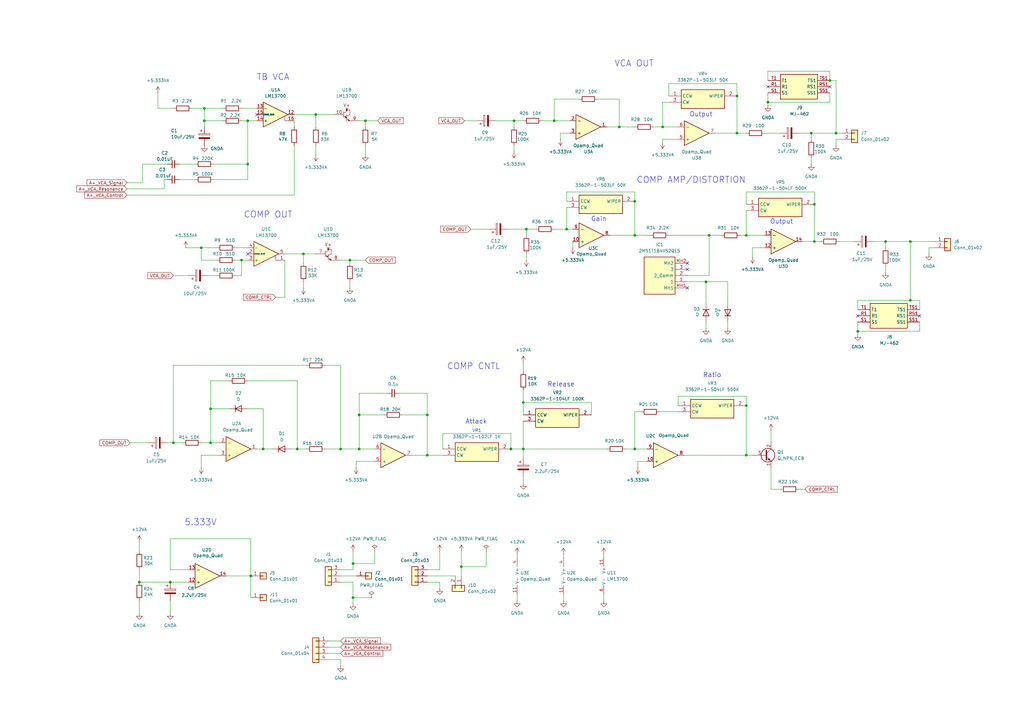
<source format=kicad_sch>
(kicad_sch (version 20231120) (generator "eeschema") (generator_version "8.0")
  (paper "A3")
  (junction (at 302.26 39.37))
  (junction (at 175.26 170.18))
  (junction (at 83.82 44.45))
  (junction (at 144.78 231.14))
  (junction (at 214.63 184.15))
  (junction (at 86.36 181.61))
  (junction (at 314.96 41.91))
  (junction (at 99.06 106.68))
  (junction (at 302.26 54.61))
  (junction (at 189.23 232.41))
  (junction (at 227.33 49.53))
  (junction (at 351.79 135.89))
  (junction (at 129.54 46.99))
  (junction (at 83.82 49.53))
  (junction (at 363.22 99.06))
  (junction (at 271.78 52.07))
  (junction (at 254 52.07))
  (junction (at 306.07 166.37))
  (junction (at 260.35 82.55))
  (junction (at 209.55 184.15))
  (junction (at 147.32 184.15))
  (junction (at 289.56 115.57))
  (junction (at 107.95 184.15))
  (junction (at 57.15 238.76))
  (junction (at 143.51 106.68))
  (junction (at 373.38 99.06))
  (junction (at 340.36 33.02))
  (junction (at 82.55 101.6))
  (junction (at 86.36 167.64))
  (junction (at 260.35 184.15))
  (junction (at 214.63 165.1))
  (junction (at 124.46 104.14))
  (junction (at 101.6 67.31))
  (junction (at 175.26 186.69))
  (junction (at 332.74 54.61))
  (junction (at 334.01 99.06))
  (junction (at 232.41 93.98))
  (junction (at 149.86 49.53))
  (junction (at 101.6 49.53))
  (junction (at 260.35 96.52))
  (junction (at 306.07 186.69))
  (junction (at 334.01 83.82))
  (junction (at 215.9 93.98))
  (junction (at 71.12 181.61))
  (junction (at 373.38 123.19))
  (junction (at 306.07 96.52))
  (junction (at 147.32 170.18))
  (junction (at 139.7 184.15))
  (junction (at 210.82 49.53))
  (junction (at 342.9 54.61))
  (junction (at 102.87 236.22))
  (junction (at 144.78 245.11))
  (junction (at 69.85 238.76))
  (junction (at 121.92 184.15))
  (junction (at 290.83 96.52))
  (no_connect (at 281.94 110.49))
  (no_connect (at 351.79 129.54))
  (no_connect (at 101.6 104.14))
  (no_connect (at 281.94 118.11))
  (no_connect (at 105.41 46.99))
  (no_connect (at 314.96 35.56))
  (no_connect (at 340.36 35.56))
  (no_connect (at 377.19 129.54))
  (no_connect (at 281.94 107.95))
  (wire (pts (xy 308.61 101.6) (xy 308.61 105.41)))
  (wire (pts (xy 237.49 40.64) (xy 227.33 40.64)))
  (wire (pts (xy 121.92 156.21) (xy 101.6 156.21)))
  (wire (pts (xy 270.51 168.91) (xy 278.13 168.91)))
  (wire (pts (xy 261.62 189.23) (xy 261.62 191.77)))
  (wire (pts (xy 190.5 49.53) (xy 195.58 49.53)))
  (wire (pts (xy 334.01 78.74) (xy 306.07 78.74)))
  (wire (pts (xy 332.74 54.61) (xy 332.74 57.15)))
  (wire (pts (xy 105.41 184.15) (xy 107.95 184.15)))
  (wire (pts (xy 254 40.64) (xy 245.11 40.64)))
  (wire (pts (xy 52.07 80.01) (xy 120.65 80.01)))
  (wire (pts (xy 133.35 149.86) (xy 139.7 149.86)))
  (wire (pts (xy 153.67 231.14) (xy 144.78 231.14)))
  (wire (pts (xy 306.07 86.36) (xy 306.07 96.52)))
  (wire (pts (xy 271.78 52.07) (xy 278.13 52.07)))
  (wire (pts (xy 107.95 167.64) (xy 101.6 167.64)))
  (wire (pts (xy 351.79 135.89) (xy 351.79 137.16)))
  (wire (pts (xy 120.65 46.99) (xy 129.54 46.99)))
  (wire (pts (xy 147.32 170.18) (xy 157.48 170.18)))
  (wire (pts (xy 93.98 167.64) (xy 86.36 167.64)))
  (wire (pts (xy 227.33 49.53) (xy 233.68 49.53)))
  (wire (pts (xy 248.92 52.07) (xy 254 52.07)))
  (wire (pts (xy 193.04 93.98) (xy 200.66 93.98)))
  (wire (pts (xy 163.83 161.29) (xy 175.26 161.29)))
  (wire (pts (xy 113.03 121.92) (xy 116.84 121.92)))
  (wire (pts (xy 85.09 113.03) (xy 88.9 113.03)))
  (wire (pts (xy 199.39 226.06) (xy 199.39 232.41)))
  (wire (pts (xy 260.35 168.91) (xy 260.35 184.15)))
  (wire (pts (xy 124.46 107.95) (xy 124.46 104.14)))
  (wire (pts (xy 314.96 38.1) (xy 314.96 41.91)))
  (wire (pts (xy 377.19 127) (xy 377.19 123.19)))
  (wire (pts (xy 278.13 162.56) (xy 306.07 162.56)))
  (wire (pts (xy 175.26 186.69) (xy 168.91 186.69)))
  (wire (pts (xy 289.56 115.57) (xy 289.56 124.46)))
  (wire (pts (xy 334.01 83.82) (xy 334.01 78.74)))
  (wire (pts (xy 274.32 41.91) (xy 271.78 41.91)))
  (wire (pts (xy 120.65 49.53) (xy 120.65 52.07)))
  (wire (pts (xy 242.57 170.18) (xy 242.57 165.1)))
  (wire (pts (xy 274.32 96.52) (xy 290.83 96.52)))
  (wire (pts (xy 67.31 73.66) (xy 68.58 73.66)))
  (wire (pts (xy 147.32 184.15) (xy 153.67 184.15)))
  (wire (pts (xy 314.96 41.91) (xy 340.36 41.91)))
  (wire (pts (xy 71.12 113.03) (xy 77.47 113.03)))
  (wire (pts (xy 231.14 227.33) (xy 231.14 228.6)))
  (wire (pts (xy 313.69 101.6) (xy 308.61 101.6)))
  (wire (pts (xy 165.1 170.18) (xy 175.26 170.18)))
  (wire (pts (xy 332.74 54.61) (xy 342.9 54.61)))
  (wire (pts (xy 232.41 93.98) (xy 234.95 93.98)))
  (wire (pts (xy 212.09 227.33) (xy 212.09 228.6)))
  (wire (pts (xy 227.33 93.98) (xy 232.41 93.98)))
  (wire (pts (xy 119.38 184.15) (xy 121.92 184.15)))
  (wire (pts (xy 232.41 78.74) (xy 232.41 82.55)))
  (wire (pts (xy 134.62 267.97) (xy 139.7 267.97)))
  (wire (pts (xy 342.9 57.15) (xy 342.9 59.69)))
  (wire (pts (xy 147.32 184.15) (xy 147.32 170.18)))
  (wire (pts (xy 107.95 184.15) (xy 107.95 167.64)))
  (wire (pts (xy 69.85 246.38) (xy 69.85 251.46)))
  (wire (pts (xy 175.26 161.29) (xy 175.26 170.18)))
  (wire (pts (xy 90.17 186.69) (xy 82.55 186.69)))
  (wire (pts (xy 351.79 132.08) (xy 351.79 135.89)))
  (wire (pts (xy 144.78 231.14) (xy 144.78 233.68)))
  (wire (pts (xy 254 52.07) (xy 260.35 52.07)))
  (wire (pts (xy 57.15 238.76) (xy 69.85 238.76)))
  (wire (pts (xy 314.96 41.91) (xy 314.96 43.18)))
  (wire (pts (xy 133.35 184.15) (xy 139.7 184.15)))
  (wire (pts (xy 83.82 44.45) (xy 91.44 44.45)))
  (wire (pts (xy 181.61 177.8) (xy 209.55 177.8)))
  (wire (pts (xy 214.63 165.1) (xy 214.63 170.18)))
  (wire (pts (xy 64.77 44.45) (xy 64.77 38.1)))
  (wire (pts (xy 214.63 160.02) (xy 214.63 165.1)))
  (wire (pts (xy 214.63 195.58) (xy 214.63 198.12)))
  (wire (pts (xy 281.94 113.03) (xy 290.83 113.03)))
  (wire (pts (xy 144.78 233.68) (xy 139.7 233.68)))
  (wire (pts (xy 373.38 99.06) (xy 383.54 99.06)))
  (wire (pts (xy 278.13 166.37) (xy 278.13 162.56)))
  (wire (pts (xy 67.31 73.66) (xy 67.31 77.47)))
  (wire (pts (xy 69.85 233.68) (xy 77.47 233.68)))
  (wire (pts (xy 302.26 39.37) (xy 302.26 54.61)))
  (wire (pts (xy 139.7 106.68) (xy 143.51 106.68)))
  (wire (pts (xy 344.17 99.06) (xy 350.52 99.06)))
  (wire (pts (xy 76.2 101.6) (xy 82.55 101.6)))
  (wire (pts (xy 363.22 99.06) (xy 373.38 99.06)))
  (wire (pts (xy 57.15 222.25) (xy 57.15 226.06)))
  (wire (pts (xy 340.36 33.02) (xy 340.36 29.21)))
  (wire (pts (xy 314.96 29.21) (xy 314.96 33.02)))
  (wire (pts (xy 144.78 226.06) (xy 144.78 231.14)))
  (wire (pts (xy 99.06 113.03) (xy 99.06 106.68)))
  (wire (pts (xy 214.63 172.72) (xy 214.63 184.15)))
  (wire (pts (xy 302.26 34.29) (xy 302.26 39.37)))
  (wire (pts (xy 139.7 184.15) (xy 147.32 184.15)))
  (wire (pts (xy 306.07 162.56) (xy 306.07 166.37)))
  (wire (pts (xy 144.78 238.76) (xy 144.78 245.11)))
  (wire (pts (xy 214.63 184.15) (xy 214.63 187.96)))
  (wire (pts (xy 121.92 184.15) (xy 125.73 184.15)))
  (wire (pts (xy 181.61 184.15) (xy 181.61 177.8)))
  (wire (pts (xy 69.85 238.76) (xy 77.47 238.76)))
  (wire (pts (xy 377.19 123.19) (xy 373.38 123.19)))
  (wire (pts (xy 99.06 49.53) (xy 101.6 49.53)))
  (wire (pts (xy 203.2 49.53) (xy 210.82 49.53)))
  (wire (pts (xy 139.7 184.15) (xy 139.7 149.86)))
  (wire (pts (xy 58.42 67.31) (xy 68.58 67.31)))
  (wire (pts (xy 57.15 246.38) (xy 57.15 251.46)))
  (wire (pts (xy 139.7 270.51) (xy 139.7 273.05)))
  (wire (pts (xy 260.35 82.55) (xy 260.35 96.52)))
  (wire (pts (xy 340.36 41.91) (xy 340.36 38.1)))
  (wire (pts (xy 215.9 93.98) (xy 219.71 93.98)))
  (wire (pts (xy 180.34 233.68) (xy 175.26 233.68)))
  (wire (pts (xy 383.54 101.6) (xy 381 101.6)))
  (wire (pts (xy 91.44 49.53) (xy 83.82 49.53)))
  (wire (pts (xy 144.78 245.11) (xy 152.4 245.11)))
  (wire (pts (xy 101.6 67.31) (xy 101.6 49.53)))
  (wire (pts (xy 242.57 165.1) (xy 214.63 165.1)))
  (wire (pts (xy 143.51 106.68) (xy 149.86 106.68)))
  (wire (pts (xy 52.07 74.93) (xy 58.42 74.93)))
  (wire (pts (xy 175.26 236.22) (xy 186.69 236.22)))
  (wire (pts (xy 342.9 54.61) (xy 342.9 33.02)))
  (wire (pts (xy 189.23 232.41) (xy 189.23 226.06)))
  (wire (pts (xy 93.98 156.21) (xy 86.36 156.21)))
  (wire (pts (xy 289.56 132.08) (xy 289.56 134.62)))
  (wire (pts (xy 210.82 49.53) (xy 210.82 52.07)))
  (wire (pts (xy 99.06 106.68) (xy 101.6 106.68)))
  (wire (pts (xy 96.52 113.03) (xy 99.06 113.03)))
  (wire (pts (xy 303.53 96.52) (xy 306.07 96.52)))
  (wire (pts (xy 306.07 186.69) (xy 280.67 186.69)))
  (wire (pts (xy 215.9 93.98) (xy 215.9 96.52)))
  (wire (pts (xy 134.62 265.43) (xy 139.7 265.43)))
  (wire (pts (xy 342.9 33.02) (xy 340.36 33.02)))
  (wire (pts (xy 278.13 57.15) (xy 271.78 57.15)))
  (wire (pts (xy 306.07 78.74) (xy 306.07 83.82)))
  (wire (pts (xy 290.83 113.03) (xy 290.83 96.52)))
  (wire (pts (xy 229.87 54.61) (xy 229.87 57.15)))
  (wire (pts (xy 73.66 73.66) (xy 80.01 73.66)))
  (wire (pts (xy 175.26 170.18) (xy 175.26 186.69)))
  (wire (pts (xy 231.14 246.38) (xy 231.14 243.84)))
  (wire (pts (xy 316.23 176.53) (xy 316.23 181.61)))
  (wire (pts (xy 82.55 106.68) (xy 82.55 101.6)))
  (wire (pts (xy 129.54 46.99) (xy 129.54 52.07)))
  (wire (pts (xy 233.68 54.61) (xy 229.87 54.61)))
  (wire (pts (xy 96.52 106.68) (xy 99.06 106.68)))
  (wire (pts (xy 247.65 243.84) (xy 247.65 246.38)))
  (wire (pts (xy 139.7 238.76) (xy 144.78 238.76)))
  (wire (pts (xy 212.09 243.84) (xy 212.09 246.38)))
  (wire (pts (xy 373.38 123.19) (xy 373.38 99.06)))
  (wire (pts (xy 147.32 161.29) (xy 158.75 161.29)))
  (wire (pts (xy 134.62 270.51) (xy 139.7 270.51)))
  (wire (pts (xy 116.84 104.14) (xy 124.46 104.14)))
  (wire (pts (xy 124.46 115.57) (xy 124.46 118.11)))
  (wire (pts (xy 267.97 52.07) (xy 271.78 52.07)))
  (wire (pts (xy 281.94 115.57) (xy 289.56 115.57)))
  (wire (pts (xy 214.63 184.15) (xy 209.55 184.15)))
  (wire (pts (xy 102.87 220.98) (xy 69.85 220.98)))
  (wire (pts (xy 247.65 227.33) (xy 247.65 228.6)))
  (wire (pts (xy 232.41 85.09) (xy 232.41 93.98)))
  (wire (pts (xy 87.63 67.31) (xy 101.6 67.31)))
  (wire (pts (xy 68.58 181.61) (xy 71.12 181.61)))
  (wire (pts (xy 250.19 96.52) (xy 260.35 96.52)))
  (wire (pts (xy 358.14 99.06) (xy 363.22 99.06)))
  (wire (pts (xy 180.34 226.06) (xy 180.34 233.68)))
  (wire (pts (xy 180.34 238.76) (xy 180.34 241.3)))
  (wire (pts (xy 381 101.6) (xy 381 104.14)))
  (wire (pts (xy 121.92 184.15) (xy 121.92 156.21)))
  (wire (pts (xy 86.36 181.61) (xy 90.17 181.61)))
  (wire (pts (xy 313.69 54.61) (xy 320.04 54.61)))
  (wire (pts (xy 129.54 59.69) (xy 129.54 63.5)))
  (wire (pts (xy 274.32 39.37) (xy 274.32 34.29)))
  (wire (pts (xy 290.83 96.52) (xy 295.91 96.52)))
  (wire (pts (xy 116.84 121.92) (xy 116.84 106.68)))
  (wire (pts (xy 214.63 148.59) (xy 214.63 152.4)))
  (wire (pts (xy 153.67 226.06) (xy 153.67 231.14)))
  (wire (pts (xy 260.35 96.52) (xy 266.7 96.52)))
  (wire (pts (xy 154.94 49.53) (xy 149.86 49.53)))
  (wire (pts (xy 314.96 29.21) (xy 340.36 29.21)))
  (wire (pts (xy 102.87 236.22) (xy 102.87 220.98)))
  (wire (pts (xy 298.45 132.08) (xy 298.45 134.62)))
  (wire (pts (xy 254 52.07) (xy 254 40.64)))
  (wire (pts (xy 58.42 74.93) (xy 58.42 67.31)))
  (wire (pts (xy 134.62 262.89) (xy 139.7 262.89)))
  (wire (pts (xy 82.55 101.6) (xy 88.9 101.6)))
  (wire (pts (xy 82.55 181.61) (xy 86.36 181.61)))
  (wire (pts (xy 260.35 78.74) (xy 232.41 78.74)))
  (wire (pts (xy 327.66 54.61) (xy 332.74 54.61)))
  (wire (pts (xy 298.45 115.57) (xy 298.45 124.46)))
  (wire (pts (xy 199.39 232.41) (xy 189.23 232.41)))
  (wire (pts (xy 69.85 220.98) (xy 69.85 233.68)))
  (wire (pts (xy 71.12 44.45) (xy 64.77 44.45)))
  (wire (pts (xy 87.63 73.66) (xy 101.6 73.66)))
  (wire (pts (xy 78.74 44.45) (xy 83.82 44.45)))
  (wire (pts (xy 144.78 245.11) (xy 144.78 247.65)))
  (wire (pts (xy 271.78 57.15) (xy 271.78 58.42)))
  (wire (pts (xy 175.26 186.69) (xy 181.61 186.69)))
  (wire (pts (xy 107.95 184.15) (xy 111.76 184.15)))
  (wire (pts (xy 342.9 54.61) (xy 345.44 54.61)))
  (wire (pts (xy 125.73 149.86) (xy 71.12 149.86)))
  (wire (pts (xy 92.71 236.22) (xy 102.87 236.22)))
  (wire (pts (xy 327.66 200.66) (xy 330.2 200.66)))
  (wire (pts (xy 99.06 44.45) (xy 105.41 44.45)))
  (wire (pts (xy 234.95 99.06) (xy 234.95 101.6)))
  (wire (pts (xy 102.87 236.22) (xy 102.87 245.11)))
  (wire (pts (xy 351.79 135.89) (xy 377.19 135.89)))
  (wire (pts (xy 71.12 181.61) (xy 74.93 181.61)))
  (wire (pts (xy 86.36 167.64) (xy 86.36 181.61)))
  (wire (pts (xy 377.19 135.89) (xy 377.19 132.08)))
  (wire (pts (xy 222.25 49.53) (xy 227.33 49.53)))
  (wire (pts (xy 289.56 115.57) (xy 298.45 115.57)))
  (wire (pts (xy 120.65 80.01) (xy 120.65 59.69)))
  (wire (pts (xy 262.89 168.91) (xy 260.35 168.91)))
  (wire (pts (xy 83.82 49.53) (xy 83.82 44.45)))
  (wire (pts (xy 302.26 54.61) (xy 306.07 54.61)))
  (wire (pts (xy 328.93 99.06) (xy 334.01 99.06)))
  (wire (pts (xy 373.38 123.19) (xy 351.79 123.19)))
  (wire (pts (xy 189.23 232.41) (xy 189.23 236.22)))
  (wire (pts (xy 260.35 184.15) (xy 265.43 184.15)))
  (wire (pts (xy 175.26 238.76) (xy 180.34 238.76)))
  (wire (pts (xy 210.82 59.69) (xy 210.82 62.23)))
  (wire (pts (xy 83.82 49.53) (xy 83.82 52.07)))
  (wire (pts (xy 334.01 99.06) (xy 336.55 99.06)))
  (wire (pts (xy 143.51 115.57) (xy 143.51 118.11)))
  (wire (pts (xy 147.32 170.18) (xy 147.32 161.29)))
  (wire (pts (xy 146.05 189.23) (xy 146.05 191.77)))
  (wire (pts (xy 153.67 189.23) (xy 146.05 189.23)))
  (wire (pts (xy 67.31 77.47) (xy 52.07 77.47)))
  (wire (pts (xy 82.55 186.69) (xy 82.55 191.77)))
  (wire (pts (xy 149.86 49.53) (xy 149.86 52.07)))
  (wire (pts (xy 143.51 107.95) (xy 143.51 106.68)))
  (wire (pts (xy 73.66 67.31) (xy 80.01 67.31)))
  (wire (pts (xy 210.82 49.53) (xy 214.63 49.53)))
  (wire (pts (xy 306.07 186.69) (xy 308.61 186.69)))
  (wire (pts (xy 209.55 177.8) (xy 209.55 184.15)))
  (wire (pts (xy 316.23 200.66) (xy 320.04 200.66)))
  (wire (pts (xy 147.32 49.53) (xy 149.86 49.53)))
  (wire (pts (xy 256.54 184.15) (xy 260.35 184.15)))
  (wire (pts (xy 208.28 93.98) (xy 215.9 93.98)))
  (wire (pts (xy 316.23 191.77) (xy 316.23 200.66)))
  (wire (pts (xy 88.9 106.68) (xy 82.55 106.68)))
  (wire (pts (xy 227.33 40.64) (xy 227.33 49.53)))
  (wire (pts (xy 215.9 104.14) (xy 215.9 106.68)))
  (wire (pts (xy 86.36 156.21) (xy 86.36 167.64)))
  (wire (pts (xy 139.7 236.22) (xy 146.05 236.22)))
  (wire (pts (xy 271.78 41.91) (xy 271.78 52.07)))
  (wire (pts (xy 260.35 82.55) (xy 260.35 78.74)))
  (wire (pts (xy 306.07 96.52) (xy 313.69 96.52)))
  (wire (pts (xy 334.01 83.82) (xy 334.01 99.06)))
  (wire (pts (xy 332.74 64.77) (xy 332.74 67.31)))
  (wire (pts (xy 363.22 99.06) (xy 363.22 101.6)))
  (wire (pts (xy 53.34 181.61) (xy 60.96 181.61)))
  (wire (pts (xy 306.07 166.37) (xy 306.07 186.69)))
  (wire (pts (xy 363.22 109.22) (xy 363.22 111.76)))
  (wire (pts (xy 101.6 67.31) (xy 101.6 73.66)))
  (wire (pts (xy 274.32 34.29) (xy 302.26 34.29)))
  (wire (pts (xy 71.12 149.86) (xy 71.12 181.61)))
  (wire (pts (xy 124.46 104.14) (xy 129.54 104.14)))
  (wire (pts (xy 265.43 189.23) (xy 261.62 189.23)))
  (wire (pts (xy 345.44 57.15) (xy 342.9 57.15)))
  (wire (pts (xy 149.86 59.69) (xy 149.86 63.5)))
  (wire (pts (xy 293.37 54.61) (xy 302.26 54.61)))
  (wire (pts (xy 351.79 123.19) (xy 351.79 127)))
  (wire (pts (xy 101.6 49.53) (xy 105.41 49.53)))
  (wire (pts (xy 96.52 101.6) (xy 101.6 101.6)))
  (wire (pts (xy 129.54 46.99) (xy 137.16 46.99)))
  (wire (pts (xy 57.15 233.68) (xy 57.15 238.76)))
  (wire (pts (xy 214.63 184.15) (xy 248.92 184.15)))
  (text "Ratio" (at 292.1 153.924 0) (effects (font (size 1.905 1.905))))
  (text "Release" (at 230.124 157.734 0) (effects (font (size 1.905 1.905))))
  (text "5.333V" (at 82.296 214.376 0) (effects (font (size 2.54 2.54))))
  (text "COMP OUT" (at 109.982 88.138 0) (effects (font (size 2.54 2.54))))
  (text "Gain" (at 245.618 89.916 0) (effects (font (size 1.905 1.905))))
  (text "Output" (at 320.548 90.932 0) (effects (font (size 1.905 1.905))))
  (text "Output" (at 287.528 46.99 0) (effects (font (size 1.905 1.905))))
  (text "COMP CNTL" (at 194.31 150.368 0) (effects (font (size 2.54 2.54))))
  (text "Attack" (at 195.326 172.974 0) (effects (font (size 1.905 1.905))))
  (text "COMP AMP/DISTORTION" (at 283.464 73.914 0) (effects (font (size 2.54 2.54))))
  (text "TB VCA" (at 112.014 31.75 0) (effects (font (size 2.54 2.54))))
  (text "VCA OUT" (at 260.096 26.162 0) (effects (font (size 2.54 2.54))))
  (global_label "VCA_OUT" (shape input) (at 71.12 113.03 180) (property "Intersheetrefs" "${INTERSHEET_REFS}" (effects (hide yes))))
  (global_label "A+_VCA_Signal" (shape input) (at 52.07 74.93 180) (property "Intersheetrefs" "${INTERSHEET_REFS}" (effects (hide yes))))
  (global_label "COMP_OUT" (shape input) (at 149.86 106.68 0) (property "Intersheetrefs" "${INTERSHEET_REFS}" (effects (hide yes))))
  (global_label "A+_VCA_Resonance" (shape input) (at 139.7 265.43 0) (property "Intersheetrefs" "${INTERSHEET_REFS}" (effects (hide yes))))
  (global_label "A+_VCA_Signal" (shape input) (at 139.7 262.89 0) (property "Intersheetrefs" "${INTERSHEET_REFS}" (effects (hide yes))))
  (global_label "VCA_OUT" (shape input) (at 154.94 49.53 0) (property "Intersheetrefs" "${INTERSHEET_REFS}" (effects (hide yes))))
  (global_label "COMP_OUT" (shape input) (at 53.34 181.61 180) (property "Intersheetrefs" "${INTERSHEET_REFS}" (effects (hide yes))))
  (global_label "VCA_OUT" (shape input) (at 190.5 49.53 180) (property "Intersheetrefs" "${INTERSHEET_REFS}" (effects (hide yes))))
  (global_label "COMP_CTRL" (shape input) (at 113.03 121.92 180) (property "Intersheetrefs" "${INTERSHEET_REFS}" (effects (hide yes))))
  (global_label "A+_VCA_Resonance" (shape input) (at 52.07 77.47 180) (property "Intersheetrefs" "${INTERSHEET_REFS}" (effects (hide yes))))
  (global_label "COMP_CTRL" (shape input) (at 330.2 200.66 0) (property "Intersheetrefs" "${INTERSHEET_REFS}" (effects (hide yes))))
  (global_label "COMP_OUT" (shape input) (at 193.04 93.98 180) (property "Intersheetrefs" "${INTERSHEET_REFS}" (effects (hide yes))))
  (global_label "A+_VCA_Control" (shape input) (at 52.07 80.01 180) (property "Intersheetrefs" "${INTERSHEET_REFS}" (effects (hide yes))))
  (global_label "A+_VCA_Control" (shape input) (at 139.7 267.97 0) (property "Intersheetrefs" "${INTERSHEET_REFS}" (effects (hide yes))))
  (symbol (lib_id "power:+5VA") (at 210.82 62.23 180) (unit 1)
    (property "Reference" "#PWR029" (effects (hide yes)))
    (property "Value" "+5.333VA" (at 210.82 67.31 0))
    (property "Description" "Power symbol creates a global label with name \"+5VA\"" (effects (hide yes)))
  )
  (symbol (lib_id "Device:R") (at 83.82 67.31 90) (unit 1)
    (property "Reference" "R4" (at 80.264 65.024 90))
    (property "Value" "220K" (at 85.09 65.024 90))
    (property "Footprint" "Resistor_THT:R_Axial_DIN0207_L6.3mm_D2.5mm_P2.54mm_Vertical" (effects (hide yes)))
    (property "Description" "Resistor" (effects (hide yes)))
  )
  (symbol (lib_id "Device:R") (at 129.54 184.15 90) (unit 1)
    (property "Reference" "R16" (at 125.984 181.864 90))
    (property "Value" "10K" (at 130.81 181.864 90))
    (property "Footprint" "Resistor_THT:R_Axial_DIN0207_L6.3mm_D2.5mm_P2.54mm_Vertical" (effects (hide yes)))
    (property "Description" "Resistor" (effects (hide yes)))
  )
  (symbol (lib_id "power:+12VA") (at 180.34 226.06 0) (unit 1)
    (property "Reference" "#PWR03" (effects (hide yes)))
    (property "Value" "+12VA" (at 180.34 220.98 0))
    (property "Description" "Power symbol creates a global label with name \"+12VA\"" (effects (hide yes)))
  )
  (symbol (lib_id "Device:D") (at 298.45 128.27 90) (unit 1)
    (property "Reference" "D4" (at 294.386 127.254 90))
    (property "Value" "D" (at 294.386 129.032 90))
    (property "Footprint" "Diode_THT:D_DO-35_SOD27_P2.54mm_Vertical_AnodeUp" (effects (hide yes)))
    (property "Description" "Diode" (effects (hide yes)))
    (property "Sim.Device" "D" (effects (hide yes)))
    (property "Sim.Pins" "1=K 2=A" (effects (hide yes)))
  )
  (symbol (lib_id "power:GNDA") (at 139.7 273.05 0) (unit 1)
    (property "Reference" "#PWR044" (effects (hide yes)))
    (property "Value" "GNDA" (at 139.7 278.13 0))
    (property "Description" "Power symbol creates a global label with name \"GNDA\" , analog ground" (effects (hide yes)))
  )
  (symbol (lib_id "Device:C_Polarized") (at 83.82 55.88 0) (unit 1)
    (property "Reference" "C1" (at 70.104 53.594 0) (effects (justify left)))
    (property "Value" "10uF/25V" (at 70.104 56.134 0) (effects (justify left)))
    (property "Footprint" "Capacitor_THT:CP_Radial_D5.0mm_P2.50mm" (effects (hide yes)))
    (property "Description" "Polarized capacitor" (effects (hide yes)))
  )
  (symbol (lib_id "Connector_Generic:Conn_01x04") (at 129.54 265.43 0) (mirror y) (unit 1)
    (property "Reference" "J4" (at 127 265.4299 0) (effects (justify left)))
    (property "Value" "Conn_01x04" (at 127 267.9699 0) (effects (justify left)))
    (property "Footprint" "Connector_PinHeader_2.54mm:PinHeader_1x04_P2.54mm_Horizontal" (effects (hide yes)))
    (property "Description" "Generic connector, single row, 01x04, script generated (kicad-library-utils/schlib/autogen/connector/)" (effects (hide yes)))
  )
  (symbol (lib_id "Device:R") (at 332.74 60.96 180) (unit 1)
    (property "Reference" "R30" (at 336.296 59.944 0))
    (property "Value" "100K" (at 336.55 62.23 0))
    (property "Footprint" "Resistor_THT:R_Axial_DIN0207_L6.3mm_D2.5mm_P2.54mm_Vertical" (effects (hide yes)))
    (property "Description" "Resistor" (effects (hide yes)))
  )
  (symbol (lib_id "power:+5VA") (at 261.62 191.77 180) (unit 1)
    (property "Reference" "#PWR021" (effects (hide yes)))
    (property "Value" "+5.333VA" (at 261.62 196.85 0))
    (property "Description" "Power symbol creates a global label with name \"+5VA\"" (effects (hide yes)))
  )
  (symbol (lib_id "power:GNDA") (at 180.34 241.3 0) (unit 1)
    (property "Reference" "#PWR05" (effects (hide yes)))
    (property "Value" "GNDA" (at 180.34 246.38 0))
    (property "Description" "Power symbol creates a global label with name \"GNDA\" , analog ground" (effects (hide yes)))
  )
  (symbol (lib_id "Device:R") (at 149.86 55.88 180) (unit 1)
    (property "Reference" "R7" (at 153.416 54.864 0))
    (property "Value" "5K" (at 153.67 57.15 0))
    (property "Footprint" "Resistor_THT:R_Axial_DIN0207_L6.3mm_D2.5mm_P2.54mm_Vertical" (effects (hide yes)))
    (property "Description" "Resistor" (effects (hide yes)))
  )
  (symbol (lib_id "Device:R") (at 143.51 111.76 180) (unit 1)
    (property "Reference" "R13" (at 147.066 110.744 0))
    (property "Value" "5K" (at 147.32 113.03 0))
    (property "Footprint" "Resistor_THT:R_Axial_DIN0207_L6.3mm_D2.5mm_P2.54mm_Vertical" (effects (hide yes)))
    (property "Description" "Resistor" (effects (hide yes)))
  )
  (symbol (lib_id "power:+5VA") (at 82.55 191.77 180) (unit 1)
    (property "Reference" "#PWR017" (effects (hide yes)))
    (property "Value" "+5.333VA" (at 82.55 196.85 0))
    (property "Description" "Power symbol creates a global label with name \"+5VA\"" (effects (hide yes)))
  )
  (symbol (lib_id "Device:R") (at 95.25 44.45 90) (unit 1)
    (property "Reference" "R1" (at 91.694 41.402 90))
    (property "Value" "2.2K" (at 97.028 41.402 90))
    (property "Footprint" "Resistor_THT:R_Axial_DIN0207_L6.3mm_D2.5mm_P2.54mm_Vertical" (effects (hide yes)))
    (property "Description" "Resistor" (effects (hide yes)))
  )
  (symbol (lib_id "power:+5VA") (at 271.78 58.42 180) (unit 1)
    (property "Reference" "#PWR031" (effects (hide yes)))
    (property "Value" "+5.333VA" (at 271.78 63.5 0))
    (property "Description" "Power symbol creates a global label with name \"+5VA\"" (effects (hide yes)))
  )
  (symbol (lib_id "Amplifier_Operational:LM13700") (at 137.16 104.14 0) (unit 4)
    (property "Reference" "U1" (at 134.62 93.98 0))
    (property "Value" "LM13700" (at 134.62 96.52 0))
    (property "Footprint" "Package_DIP:DIP-16_W7.62mm_Socket" (effects (hide yes)))
    (property "Datasheet" "http://www.ti.com/lit/ds/symlink/lm13700.pdf" (effects (hide yes)))
    (property "Description" "Dual Operational Transconductance Amplifiers with Linearizing Diodes and Buffers, DIP-16/SOIC-16" (effects (hide yes)))
  )
  (symbol (lib_id "power:+5VA") (at 76.2 101.6 0) (unit 1)
    (property "Reference" "#PWR012" (effects (hide yes)))
    (property "Value" "+5.333VA" (at 76.2 96.52 0))
    (property "Description" "Power symbol creates a global label with name \"+5VA\"" (effects (hide yes)))
  )
  (symbol (lib_id "SamacSys_Parts:3362P-1-103LF") (at 214.63 170.18 0) (unit 1)
    (property "Reference" "VR2" (at 228.6 161.036 0))
    (property "Value" "3362P-1-104LF 100K" (at 228.6 163.576 0))
    (property "Footprint" "SamacSys_Parts:3362P_1" (effects (hide yes)))
    (property "Datasheet" "https://datasheet.datasheetarchive.com/originals/distributors/SFDatasheet-6/sf-000139931.pdf" (effects (hide yes)))
    (property "Description" "10k, Through Hole Trimmer Potentiometer 0.5W Top Adjust Bourns, 3362" (effects (hide yes)))
    (property "Manufacturer_Name" "Bourns" (effects (hide yes)))
    (property "Manufacturer_Part_Number" "3362P-1-103LF" (effects (hide yes)))
    (property "Mouser Part Number" "652-3362P-1-103LF" (effects (hide yes)))
    (property "Mouser Price/Stock" "https://www.mouser.co.uk/ProductDetail/Bourns/3362P-1-103LF?qs=tS7CBNq%252BQ07BavGNEQud%252BA%3D%3D" (effects (hide yes)))
    (property "Arrow Part Number" "3362P-1-103LF" (effects (hide yes)))
    (property "Arrow Price/Stock" "https://www.arrow.com/en/products/3362p-1-103lf/bourns?utm_currency=USD&region=nac" (effects (hide yes)))
  )
  (symbol (lib_id "power:+5VA") (at 124.46 118.11 180) (unit 1)
    (property "Reference" "#PWR013" (effects (hide yes)))
    (property "Value" "+5.333VA" (at 124.46 123.19 0))
    (property "Description" "Power symbol creates a global label with name \"+5VA\"" (effects (hide yes)))
  )
  (symbol (lib_id "SamacSys_Parts:MJ-462") (at 314.96 33.02 0) (unit 1)
    (property "Reference" "J9" (at 327.914 44.196 0))
    (property "Value" "MJ-462" (at 327.914 46.736 0))
    (property "Footprint" "SamacSys_Parts:MJ462" (effects (hide yes)))
    (property "Datasheet" "https://akizukidenshi.com/download/ds/avvicon/MJ-462.pdf" (effects (hide yes)))
    (property "Description" "headphone jack" (effects (hide yes)))
    (property "Height" "15.5" (effects (hide yes)))
    (property "Manufacturer_Name" "Avvicon" (effects (hide yes)))
    (property "Manufacturer_Part_Number" "MJ-462" (effects (hide yes)))
  )
  (symbol (lib_id "power:+5VA") (at 189.23 226.06 0) (unit 1)
    (property "Reference" "#PWR04" (effects (hide yes)))
    (property "Value" "+5.333VA" (at 189.23 220.98 0))
    (property "Description" "Power symbol creates a global label with name \"+5VA\"" (effects (hide yes)))
  )
  (symbol (lib_id "Device:D") (at 289.56 128.27 270) (unit 1)
    (property "Reference" "D3" (at 285.75 126.746 90))
    (property "Value" "D" (at 286.004 129.032 90))
    (property "Footprint" "Diode_THT:D_DO-35_SOD27_P2.54mm_Vertical_AnodeUp" (effects (hide yes)))
    (property "Description" "Diode" (effects (hide yes)))
    (property "Sim.Device" "D" (effects (hide yes)))
    (property "Sim.Pins" "1=K 2=A" (effects (hide yes)))
  )
  (symbol (lib_id "power:+5VA") (at 146.05 191.77 180) (unit 1)
    (property "Reference" "#PWR018" (effects (hide yes)))
    (property "Value" "+5.333VA" (at 146.05 196.85 0))
    (property "Description" "Power symbol creates a global label with name \"+5VA\"" (effects (hide yes)))
  )
  (symbol (lib_id "power:GNDA") (at 214.63 198.12 0) (unit 1)
    (property "Reference" "#PWR019" (effects (hide yes)))
    (property "Value" "GNDA" (at 214.63 203.2 0))
    (property "Description" "Power symbol creates a global label with name \"GNDA\" , analog ground" (effects (hide yes)))
  )
  (symbol (lib_id "power:GNDA") (at 69.85 251.46 0) (unit 1)
    (property "Reference" "#PWR024" (effects (hide yes)))
    (property "Value" "GNDA" (at 69.85 256.54 0))
    (property "Description" "Power symbol creates a global label with name \"GNDA\" , analog ground" (effects (hide yes)))
  )
  (symbol (lib_id "Device:C_Polarized") (at 214.63 191.77 0) (unit 1)
    (property "Reference" "C7" (at 221.742 190.5 0) (effects (justify left)))
    (property "Value" "2.2uF/25V" (at 219.202 193.294 0) (effects (justify left)))
    (property "Footprint" "Capacitor_THT:CP_Radial_D5.0mm_P2.50mm" (effects (hide yes)))
    (property "Description" "Polarized capacitor" (effects (hide yes)))
  )
  (symbol (lib_id "power:+5VA") (at 215.9 106.68 180) (unit 1)
    (property "Reference" "#PWR036" (effects (hide yes)))
    (property "Value" "+5.333VA" (at 215.9 111.76 0))
    (property "Description" "Power symbol creates a global label with name \"+5VA\"" (effects (hide yes)))
  )
  (symbol (lib_id "Connector_Generic:Conn_01x01") (at 107.95 245.11 0) (unit 1)
    (property "Reference" "J11" (at 110.49 243.8399 0) (effects (justify left)))
    (property "Value" "Conn_01x01" (at 110.49 246.3799 0) (effects (justify left)))
    (property "Footprint" "Connector_PinSocket_2.54mm:PinSocket_1x01_P2.54mm_Vertical" (effects (hide yes)))
    (property "Description" "Generic connector, single row, 01x01, script generated (kicad-library-utils/schlib/autogen/connector/)" (effects (hide yes)))
  )
  (symbol (lib_id "power:+5VA") (at 308.61 105.41 180) (unit 1)
    (property "Reference" "#PWR033" (effects (hide yes)))
    (property "Value" "+5.333VA" (at 308.61 110.49 0))
    (property "Description" "Power symbol creates a global label with name \"+5VA\"" (effects (hide yes)))
  )
  (symbol (lib_id "power:GNDA") (at 363.22 111.76 0) (unit 1)
    (property "Reference" "#PWR032" (effects (hide yes)))
    (property "Value" "GNDA" (at 363.22 116.84 0))
    (property "Description" "Power symbol creates a global label with name \"GNDA\" , analog ground" (effects (hide yes)))
  )
  (symbol (lib_id "Amplifier_Operational:LM13700") (at 109.22 104.14 0) (unit 3)
    (property "Reference" "U1" (at 109.22 93.98 0))
    (property "Value" "LM13700" (at 109.22 96.52 0))
    (property "Footprint" "Package_DIP:DIP-16_W7.62mm_Socket" (effects (hide yes)))
    (property "Datasheet" "http://www.ti.com/lit/ds/symlink/lm13700.pdf" (effects (hide yes)))
    (property "Description" "Dual Operational Transconductance Amplifiers with Linearizing Diodes and Buffers, DIP-16/SOIC-16" (effects (hide yes)))
  )
  (symbol (lib_id "Device:C_Polarized") (at 323.85 54.61 90) (unit 1)
    (property "Reference" "C10" (at 324.612 59.436 90) (effects (justify left)))
    (property "Value" "1uF/25V" (at 327.406 61.976 90) (effects (justify left)))
    (property "Footprint" "Capacitor_THT:CP_Radial_D5.0mm_P2.50mm" (effects (hide yes)))
    (property "Description" "Polarized capacitor" (effects (hide yes)))
  )
  (symbol (lib_id "Device:R") (at 92.71 101.6 90) (unit 1)
    (property "Reference" "R9" (at 89.154 98.552 90))
    (property "Value" "510" (at 94.488 98.552 90))
    (property "Footprint" "Resistor_THT:R_Axial_DIN0207_L6.3mm_D2.5mm_P2.54mm_Vertical" (effects (hide yes)))
    (property "Description" "Resistor" (effects (hide yes)))
  )
  (symbol (lib_id "Device:C_Small") (at 161.29 161.29 270) (unit 1)
    (property "Reference" "C6" (at 161.2836 154.94 90))
    (property "Value" "0.1u" (at 161.2836 157.48 90))
    (property "Footprint" "Capacitor_THT:C_Disc_D4.7mm_W2.5mm_P5.00mm" (effects (hide yes)))
    (property "Description" "Unpolarized capacitor, small symbol" (effects (hide yes)))
  )
  (symbol (lib_id "Device:R") (at 83.82 73.66 90) (unit 1)
    (property "Reference" "R5" (at 80.264 71.374 90))
    (property "Value" "100K" (at 85.09 71.374 90))
    (property "Footprint" "Resistor_THT:R_Axial_DIN0207_L6.3mm_D2.5mm_P2.54mm_Vertical" (effects (hide yes)))
    (property "Description" "Resistor" (effects (hide yes)))
  )
  (symbol (lib_id "Device:Opamp_Quad") (at 161.29 186.69 0) (mirror x) (unit 2)
    (property "Reference" "U2" (at 154.686 179.07 0))
    (property "Value" "Opamp_Quad" (at 163.576 179.07 0))
    (property "Footprint" "Package_DIP:DIP-14_W7.62mm_Socket_LongPads" (effects (hide yes)))
    (property "Description" "Quad operational amplifier" (effects (hide yes)))
    (property "Sim.Library" "${KICAD7_SYMBOL_DIR}/Simulation_SPICE.sp" (effects (hide yes)))
    (property "Sim.Name" "kicad_builtin_opamp_quad" (effects (hide yes)))
    (property "Sim.Device" "SUBCKT" (effects (hide yes)))
    (property "Sim.Pins" "1=out1 2=in1- 3=in1+ 4=vcc 5=in2+ 6=in2- 7=out2 8=out3 9=in3- 10=in3+ 11=vee 12=in4+ 13=in4- 14=out4" (effects (hide yes)))
  )
  (symbol (lib_id "SamacSys_Parts:3362P-1-103LF") (at 181.61 184.15 0) (unit 1)
    (property "Reference" "VR1" (at 195.58 176.53 0))
    (property "Value" "3362P-1-102LF 1K" (at 195.58 179.07 0))
    (property "Footprint" "SamacSys_Parts:3362P_1" (effects (hide yes)))
    (property "Datasheet" "https://datasheet.datasheetarchive.com/originals/distributors/SFDatasheet-6/sf-000139931.pdf" (effects (hide yes)))
    (property "Description" "10k, Through Hole Trimmer Potentiometer 0.5W Top Adjust Bourns, 3362" (effects (hide yes)))
    (property "Manufacturer_Name" "Bourns" (effects (hide yes)))
    (property "Manufacturer_Part_Number" "3362P-1-103LF" (effects (hide yes)))
    (property "Mouser Part Number" "652-3362P-1-103LF" (effects (hide yes)))
    (property "Mouser Price/Stock" "https://www.mouser.co.uk/ProductDetail/Bourns/3362P-1-103LF?qs=tS7CBNq%252BQ07BavGNEQud%252BA%3D%3D" (effects (hide yes)))
    (property "Arrow Part Number" "3362P-1-103LF" (effects (hide yes)))
    (property "Arrow Price/Stock" "https://www.arrow.com/en/products/3362p-1-103lf/bourns?utm_currency=USD&region=nac" (effects (hide yes)))
  )
  (symbol (lib_id "power:+12VA") (at 316.23 176.53 0) (unit 1)
    (property "Reference" "#PWR022" (effects (hide yes)))
    (property "Value" "+12VA" (at 316.23 171.45 0))
    (property "Description" "Power symbol creates a global label with name \"+12VA\"" (effects (hide yes)))
  )
  (symbol (lib_id "power:+5VA") (at 234.95 101.6 180) (unit 1)
    (property "Reference" "#PWR037" (effects (hide yes)))
    (property "Value" "+5.333VA" (at 234.95 106.68 0))
    (property "Description" "Power symbol creates a global label with name \"+5VA\"" (effects (hide yes)))
  )
  (symbol (lib_id "power:+12VA") (at 247.65 227.33 0) (unit 1)
    (property "Reference" "#PWR010" (effects (hide yes)))
    (property "Value" "+12VA" (at 247.65 222.25 0))
    (property "Description" "Power symbol creates a global label with name \"+12VA\"" (effects (hide yes)))
  )
  (symbol (lib_id "power:GNDA") (at 314.96 43.18 0) (unit 1)
    (property "Reference" "#PWR041" (effects (hide yes)))
    (property "Value" "GNDA" (at 314.96 48.26 0))
    (property "Description" "Power symbol creates a global label with name \"GNDA\" , analog ground" (effects (hide yes)))
  )
  (symbol (lib_id "power:GNDA") (at 143.51 118.11 0) (unit 1)
    (property "Reference" "#PWR016" (effects (hide yes)))
    (property "Value" "GNDA" (at 143.51 123.19 0))
    (property "Description" "Power symbol creates a global label with name \"GNDA\" , analog ground" (effects (hide yes)))
  )
  (symbol (lib_id "power:PWR_FLAG") (at 153.67 226.06 0) (unit 1)
    (property "Reference" "#FLG01" (effects (hide yes)))
    (property "Value" "PWR_FLAG" (at 153.67 220.98 0))
    (property "Description" "Special symbol for telling ERC where power comes from" (effects (hide yes)))
  )
  (symbol (lib_id "power:GNDA") (at 247.65 246.38 0) (unit 1)
    (property "Reference" "#PWR011" (effects (hide yes)))
    (property "Value" "GNDA" (at 247.65 251.46 0))
    (property "Description" "Power symbol creates a global label with name \"GNDA\" , analog ground" (effects (hide yes)))
  )
  (symbol (lib_id "Device:Opamp_Quad") (at 242.57 96.52 0) (mirror x) (unit 3)
    (property "Reference" "U3" (at 243.332 101.854 0))
    (property "Value" "Opamp_Quad" (at 242.57 104.14 0))
    (property "Footprint" "Package_DIP:DIP-14_W7.62mm_Socket" (effects (hide yes)))
    (property "Description" "Quad operational amplifier" (effects (hide yes)))
    (property "Sim.Library" "${KICAD7_SYMBOL_DIR}/Simulation_SPICE.sp" (effects (hide yes)))
    (property "Sim.Name" "kicad_builtin_opamp_quad" (effects (hide yes)))
    (property "Sim.Device" "SUBCKT" (effects (hide yes)))
    (property "Sim.Pins" "1=out1 2=in1- 3=in1+ 4=vcc 5=in2+ 6=in2- 7=out2 8=out3 9=in3- 10=in3+ 11=vee 12=in4+ 13=in4- 14=out4" (effects (hide yes)))
  )
  (symbol (lib_id "Device:R") (at 161.29 170.18 90) (unit 1)
    (property "Reference" "R18" (at 157.734 167.894 90))
    (property "Value" "20K" (at 162.56 167.894 90))
    (property "Footprint" "Resistor_THT:R_Axial_DIN0207_L6.3mm_D2.5mm_P2.54mm_Vertical" (effects (hide yes)))
    (property "Description" "Resistor" (effects (hide yes)))
  )
  (symbol (lib_id "power:GNDA") (at 57.15 251.46 0) (unit 1)
    (property "Reference" "#PWR023" (effects (hide yes)))
    (property "Value" "GNDA" (at 57.15 256.54 0))
    (property "Description" "Power symbol creates a global label with name \"GNDA\" , analog ground" (effects (hide yes)))
  )
  (symbol (lib_id "Device:D") (at 97.79 167.64 0) (unit 1)
    (property "Reference" "D2" (at 97.79 161.29 0))
    (property "Value" "D" (at 97.79 163.83 0))
    (property "Footprint" "Diode_THT:D_DO-35_SOD27_P2.54mm_Vertical_AnodeUp" (effects (hide yes)))
    (property "Description" "Diode" (effects (hide yes)))
    (property "Sim.Device" "D" (effects (hide yes)))
    (property "Sim.Pins" "1=K 2=A" (effects (hide yes)))
  )
  (symbol (lib_id "Device:C_Polarized") (at 354.33 99.06 90) (unit 1)
    (property "Reference" "C11" (at 355.092 103.886 90) (effects (justify left)))
    (property "Value" "1uF/25V" (at 357.886 106.426 90) (effects (justify left)))
    (property "Footprint" "Capacitor_THT:CP_Radial_D5.0mm_P2.50mm" (effects (hide yes)))
    (property "Description" "Polarized capacitor" (effects (hide yes)))
  )
  (symbol (lib_id "Device:R") (at 252.73 184.15 270) (unit 1)
    (property "Reference" "R20" (at 249.936 180.848 90))
    (property "Value" "10K" (at 254.254 180.848 90))
    (property "Footprint" "Resistor_THT:R_Axial_DIN0207_L6.3mm_D2.5mm_P2.54mm_Vertical" (effects (hide yes)))
    (property "Description" "Resistor" (effects (hide yes)))
  )
  (symbol (lib_id "Device:R") (at 97.79 156.21 90) (unit 1)
    (property "Reference" "R15" (at 94.234 153.924 90))
    (property "Value" "10K" (at 99.06 153.924 90))
    (property "Footprint" "Resistor_THT:R_Axial_DIN0207_L6.3mm_D2.5mm_P2.54mm_Vertical" (effects (hide yes)))
    (property "Description" "Resistor" (effects (hide yes)))
  )
  (symbol (lib_id "power:+5VA") (at 64.77 38.1 0) (unit 1)
    (property "Reference" "#PWR06" (effects (hide yes)))
    (property "Value" "+5.333VA" (at 64.77 33.02 0))
    (property "Description" "Power symbol creates a global label with name \"+5VA\"" (effects (hide yes)))
  )
  (symbol (lib_id "Device:Q_NPN_ECB") (at 313.69 186.69 0) (unit 1)
    (property "Reference" "Q1" (at 318.77 185.4199 0) (effects (justify left)))
    (property "Value" "Q_NPN_ECB" (at 318.77 187.9599 0) (effects (justify left)))
    (property "Footprint" "Package_TO_SOT_THT:TO-92" (effects (hide yes)))
    (property "Description" "NPN transistor, emitter/collector/base" (effects (hide yes)))
  )
  (symbol (lib_id "Device:R") (at 340.36 99.06 90) (unit 1)
    (property "Reference" "R32" (at 336.804 96.012 90))
    (property "Value" "100" (at 342.138 96.012 90))
    (property "Footprint" "Resistor_THT:R_Axial_DIN0207_L6.3mm_D2.5mm_P2.54mm_Vertical" (effects (hide yes)))
    (property "Description" "Resistor" (effects (hide yes)))
  )
  (symbol (lib_id "Amplifier_Operational:LM13700") (at 250.19 236.22 0) (unit 5)
    (property "Reference" "U1" (at 248.92 234.9499 0) (effects (justify left)))
    (property "Value" "LM13700" (at 248.92 237.4899 0) (effects (justify left)))
    (property "Footprint" "Package_DIP:DIP-16_W7.62mm_Socket" (effects (hide yes)))
    (property "Datasheet" "http://www.ti.com/lit/ds/symlink/lm13700.pdf" (effects (hide yes)))
    (property "Description" "Dual Operational Transconductance Amplifiers with Linearizing Diodes and Buffers, DIP-16/SOIC-16" (effects (hide yes)))
  )
  (symbol (lib_id "power:+12VA") (at 231.14 227.33 0) (unit 1)
    (property "Reference" "#PWR014" (effects (hide yes)))
    (property "Value" "+12VA" (at 231.14 222.25 0))
    (property "Description" "Power symbol creates a global label with name \"+12VA\"" (effects (hide yes)))
  )
  (symbol (lib_id "Connector_Generic:Conn_01x02") (at 189.23 241.3 270) (unit 1)
    (property "Reference" "J10" (at 191.77 240.0299 90) (effects (justify left)))
    (property "Value" "Conn_01x02" (at 191.77 242.5699 90) (effects (justify left)))
    (property "Footprint" "Connector_PinHeader_2.54mm:PinHeader_1x02_P2.54mm_Vertical" (effects (hide yes)))
    (property "Description" "Generic connector, single row, 01x02, script generated (kicad-library-utils/schlib/autogen/connector/)" (effects (hide yes)))
  )
  (symbol (lib_id "Device:D") (at 115.57 184.15 0) (unit 1)
    (property "Reference" "D1" (at 115.57 177.8 0))
    (property "Value" "D" (at 115.57 180.34 0))
    (property "Footprint" "Diode_THT:D_DO-35_SOD27_P2.54mm_Vertical_AnodeUp" (effects (hide yes)))
    (property "Description" "Diode" (effects (hide yes)))
    (property "Sim.Device" "D" (effects (hide yes)))
    (property "Sim.Pins" "1=K 2=A" (effects (hide yes)))
  )
  (symbol (lib_id "power:GNDA") (at 212.09 246.38 0) (unit 1)
    (property "Reference" "#PWR027" (effects (hide yes)))
    (property "Value" "GNDA" (at 212.09 251.46 0))
    (property "Description" "Power symbol creates a global label with name \"GNDA\" , analog ground" (effects (hide yes)))
  )
  (symbol (lib_id "power:+12VA") (at 212.09 227.33 0) (unit 1)
    (property "Reference" "#PWR026" (effects (hide yes)))
    (property "Value" "+12VA" (at 212.09 222.25 0))
    (property "Description" "Power symbol creates a global label with name \"+12VA\"" (effects (hide yes)))
  )
  (symbol (lib_id "Device:R") (at 57.15 242.57 180) (unit 1)
    (property "Reference" "R24" (at 60.706 241.554 0))
    (property "Value" "24K" (at 60.96 243.84 0))
    (property "Footprint" "Resistor_THT:R_Axial_DIN0207_L6.3mm_D2.5mm_P2.54mm_Vertical" (effects (hide yes)))
    (property "Description" "Resistor" (effects (hide yes)))
  )
  (symbol (lib_id "Device:R") (at 363.22 105.41 180) (unit 1)
    (property "Reference" "R33" (at 366.776 104.394 0))
    (property "Value" "100K" (at 367.03 106.68 0))
    (property "Footprint" "Resistor_THT:R_Axial_DIN0207_L6.3mm_D2.5mm_P2.54mm_Vertical" (effects (hide yes)))
    (property "Description" "Resistor" (effects (hide yes)))
  )
  (symbol (lib_id "Device:Opamp_Quad") (at 241.3 52.07 0) (mirror x) (unit 1)
    (property "Reference" "U3" (at 241.3 62.23 0))
    (property "Value" "Opamp_Quad" (at 241.3 59.69 0))
    (property "Footprint" "Package_DIP:DIP-14_W7.62mm_Socket" (effects (hide yes)))
    (property "Description" "Quad operational amplifier" (effects (hide yes)))
    (property "Sim.Library" "${KICAD7_SYMBOL_DIR}/Simulation_SPICE.sp" (effects (hide yes)))
    (property "Sim.Name" "kicad_builtin_opamp_quad" (effects (hide yes)))
    (property "Sim.Device" "SUBCKT" (effects (hide yes)))
    (property "Sim.Pins" "1=out1 2=in1- 3=in1+ 4=vcc 5=in2+ 6=in2- 7=out2 8=out3 9=in3- 10=in3+ 11=vee 12=in4+ 13=in4- 14=out4" (effects (hide yes)))
  )
  (symbol (lib_id "SamacSys_Parts:3362P-1-103LF") (at 232.41 82.55 0) (unit 1)
    (property "Reference" "VR6" (at 246.38 73.406 0))
    (property "Value" "3362P-1-503LF 50K" (at 246.38 75.946 0))
    (property "Footprint" "SamacSys_Parts:3362P_1" (effects (hide yes)))
    (property "Datasheet" "https://datasheet.datasheetarchive.com/originals/distributors/SFDatasheet-6/sf-000139931.pdf" (effects (hide yes)))
    (property "Description" "10k, Through Hole Trimmer Potentiometer 0.5W Top Adjust Bourns, 3362" (effects (hide yes)))
    (property "Manufacturer_Name" "Bourns" (effects (hide yes)))
    (property "Manufacturer_Part_Number" "3362P-1-103LF" (effects (hide yes)))
    (property "Mouser Part Number" "652-3362P-1-103LF" (effects (hide yes)))
    (property "Mouser Price/Stock" "https://www.mouser.co.uk/ProductDetail/Bourns/3362P-1-103LF?qs=tS7CBNq%252BQ07BavGNEQud%252BA%3D%3D" (effects (hide yes)))
    (property "Arrow Part Number" "3362P-1-103LF" (effects (hide yes)))
    (property "Arrow Price/Stock" "https://www.arrow.com/en/products/3362p-1-103lf/bourns?utm_currency=USD&region=nac" (effects (hide yes)))
  )
  (symbol (lib_id "Device:R") (at 95.25 49.53 90) (unit 1)
    (property "Reference" "R2" (at 91.694 47.244 90))
    (property "Value" "2.2K" (at 96.52 47.244 90))
    (property "Footprint" "Resistor_THT:R_Axial_DIN0207_L6.3mm_D2.5mm_P2.54mm_Vertical" (effects (hide yes)))
    (property "Description" "Resistor" (effects (hide yes)))
  )
  (symbol (lib_id "Device:R") (at 210.82 55.88 180) (unit 1)
    (property "Reference" "R25" (at 214.376 54.864 0))
    (property "Value" "100K" (at 214.63 57.15 0))
    (property "Footprint" "Resistor_THT:R_Axial_DIN0207_L6.3mm_D2.5mm_P2.54mm_Vertical" (effects (hide yes)))
    (property "Description" "Resistor" (effects (hide yes)))
  )
  (symbol (lib_id "Device:R") (at 241.3 40.64 90) (unit 1)
    (property "Reference" "R27" (at 237.744 37.592 90))
    (property "Value" "10K" (at 243.078 37.592 90))
    (property "Footprint" "Resistor_THT:R_Axial_DIN0207_L6.3mm_D2.5mm_P2.54mm_Vertical" (effects (hide yes)))
    (property "Description" "Resistor" (effects (hide yes)))
  )
  (symbol (lib_id "Device:R") (at 223.52 93.98 90) (unit 1)
    (property "Reference" "R36" (at 219.964 90.932 90))
    (property "Value" "10K" (at 225.298 90.932 90))
    (property "Footprint" "Resistor_THT:R_Axial_DIN0207_L6.3mm_D2.5mm_P2.54mm_Vertical" (effects (hide yes)))
    (property "Description" "Resistor" (effects (hide yes)))
  )
  (symbol (lib_id "power:GNDA") (at 298.45 134.62 0) (unit 1)
    (property "Reference" "#PWR034" (effects (hide yes)))
    (property "Value" "GNDA" (at 298.45 139.7 0))
    (property "Description" "Power symbol creates a global label with name \"GNDA\" , analog ground" (effects (hide yes)))
  )
  (symbol (lib_id "Connector_Generic:Conn_01x02") (at 350.52 54.61 0) (unit 1)
    (property "Reference" "J7" (at 353.06 54.6099 0) (effects (justify left)))
    (property "Value" "Conn_01x02" (at 353.06 57.1499 0) (effects (justify left)))
    (property "Footprint" "Connector_PinHeader_2.54mm:PinHeader_1x02_P2.54mm_Horizontal" (effects (hide yes)))
    (property "Description" "Generic connector, single row, 01x02, script generated (kicad-library-utils/schlib/autogen/connector/)" (effects (hide yes)))
  )
  (symbol (lib_id "power:+12VA") (at 144.78 226.06 0) (unit 1)
    (property "Reference" "#PWR01" (effects (hide yes)))
    (property "Value" "+12VA" (at 144.78 220.98 0))
    (property "Description" "Power symbol creates a global label with name \"+12VA\"" (effects (hide yes)))
  )
  (symbol (lib_id "Amplifier_Operational:LM13700") (at 144.78 46.99 0) (unit 2)
    (property "Reference" "U1" (at 142.24 36.83 0))
    (property "Value" "LM13700" (at 142.24 39.37 0))
    (property "Footprint" "Package_DIP:DIP-16_W7.62mm_Socket" (effects (hide yes)))
    (property "Datasheet" "http://www.ti.com/lit/ds/symlink/lm13700.pdf" (effects (hide yes)))
    (property "Description" "Dual Operational Transconductance Amplifiers with Linearizing Diodes and Buffers, DIP-16/SOIC-16" (effects (hide yes)))
  )
  (symbol (lib_id "power:+5VA") (at 229.87 57.15 180) (unit 1)
    (property "Reference" "#PWR028" (effects (hide yes)))
    (property "Value" "+5.333VA" (at 229.87 62.23 0))
    (property "Description" "Power symbol creates a global label with name \"+5VA\"" (effects (hide yes)))
  )
  (symbol (lib_id "Device:Opamp_Quad") (at 273.05 186.69 0) (mirror x) (unit 3)
    (property "Reference" "U2" (at 266.954 178.816 0))
    (property "Value" "Opamp_Quad" (at 276.352 178.562 0))
    (property "Footprint" "Package_DIP:DIP-14_W7.62mm_Socket_LongPads" (effects (hide yes)))
    (property "Description" "Quad operational amplifier" (effects (hide yes)))
    (property "Sim.Library" "${KICAD7_SYMBOL_DIR}/Simulation_SPICE.sp" (effects (hide yes)))
    (property "Sim.Name" "kicad_builtin_opamp_quad" (effects (hide yes)))
    (property "Sim.Device" "SUBCKT" (effects (hide yes)))
    (property "Sim.Pins" "1=out1 2=in1- 3=in1+ 4=vcc 5=in2+ 6=in2- 7=out2 8=out3 9=in3- 10=in3+ 11=vee 12=in4+ 13=in4- 14=out4" (effects (hide yes)))
  )
  (symbol (lib_id "power:+5VA") (at 129.54 63.5 180) (unit 1)
    (property "Reference" "#PWR08" (effects (hide yes)))
    (property "Value" "+5.333VA" (at 129.54 68.58 0))
    (property "Description" "Power symbol creates a global label with name \"+5VA\"" (effects (hide yes)))
  )
  (symbol (lib_id "Device:R") (at 78.74 181.61 90) (unit 1)
    (property "Reference" "R14" (at 75.184 179.324 90))
    (property "Value" "10K" (at 80.01 179.324 90))
    (property "Footprint" "Resistor_THT:R_Axial_DIN0207_L6.3mm_D2.5mm_P2.54mm_Vertical" (effects (hide yes)))
    (property "Description" "Resistor" (effects (hide yes)))
  )
  (symbol (lib_id "Device:Opamp_Quad") (at 285.75 54.61 0) (mirror x) (unit 2)
    (property "Reference" "U3" (at 285.75 64.77 0))
    (property "Value" "Opamp_Quad" (at 285.75 62.23 0))
    (property "Footprint" "Package_DIP:DIP-14_W7.62mm_Socket" (effects (hide yes)))
    (property "Description" "Quad operational amplifier" (effects (hide yes)))
    (property "Sim.Library" "${KICAD7_SYMBOL_DIR}/Simulation_SPICE.sp" (effects (hide yes)))
    (property "Sim.Name" "kicad_builtin_opamp_quad" (effects (hide yes)))
    (property "Sim.Device" "SUBCKT" (effects (hide yes)))
    (property "Sim.Pins" "1=out1 2=in1- 3=in1+ 4=vcc 5=in2+ 6=in2- 7=out2 8=out3 9=in3- 10=in3+ 11=vee 12=in4+ 13=in4- 14=out4" (effects (hide yes)))
  )
  (symbol (lib_id "Device:R") (at 92.71 113.03 90) (unit 1)
    (property "Reference" "R11" (at 89.154 110.744 90))
    (property "Value" "100K" (at 93.98 110.744 90))
    (property "Footprint" "Resistor_THT:R_Axial_DIN0207_L6.3mm_D2.5mm_P2.54mm_Vertical" (effects (hide yes)))
    (property "Description" "Resistor" (effects (hide yes)))
  )
  (symbol (lib_id "Connector_Generic:Conn_01x02") (at 388.62 99.06 0) (unit 1)
    (property "Reference" "J6" (at 391.16 99.0599 0) (effects (justify left)))
    (property "Value" "Conn_01x02" (at 391.16 101.5999 0) (effects (justify left)))
    (property "Footprint" "Connector_PinHeader_2.54mm:PinHeader_1x02_P2.54mm_Horizontal" (effects (hide yes)))
    (property "Description" "Generic connector, single row, 01x02, script generated (kicad-library-utils/schlib/autogen/connector/)" (effects (hide yes)))
  )
  (symbol (lib_id "power:PWR_FLAG") (at 152.4 245.11 0) (unit 1)
    (property "Reference" "#FLG03" (effects (hide yes)))
    (property "Value" "PWR_FLAG" (at 152.4 240.03 0))
    (property "Description" "Special symbol for telling ERC where power comes from" (effects (hide yes)))
  )
  (symbol (lib_id "SamacSys_Parts:MJ-462") (at 351.79 127 0) (unit 1)
    (property "Reference" "J8" (at 364.744 138.176 0))
    (property "Value" "MJ-462" (at 364.744 140.716 0))
    (property "Footprint" "SamacSys_Parts:MJ462" (effects (hide yes)))
    (property "Datasheet" "https://akizukidenshi.com/download/ds/avvicon/MJ-462.pdf" (effects (hide yes)))
    (property "Description" "headphone jack" (effects (hide yes)))
    (property "Height" "15.5" (effects (hide yes)))
    (property "Manufacturer_Name" "Avvicon" (effects (hide yes)))
    (property "Manufacturer_Part_Number" "MJ-462" (effects (hide yes)))
  )
  (symbol (lib_id "Device:Opamp_Quad") (at 214.63 236.22 0) (unit 5)
    (property "Reference" "U3" (at 213.36 234.9499 0) (effects (justify left)))
    (property "Value" "Opamp_Quad" (at 213.36 237.4899 0) (effects (justify left)))
    (property "Footprint" "Package_DIP:DIP-14_W7.62mm_Socket" (effects (hide yes)))
    (property "Description" "Quad operational amplifier" (effects (hide yes)))
    (property "Sim.Library" "${KICAD7_SYMBOL_DIR}/Simulation_SPICE.sp" (effects (hide yes)))
    (property "Sim.Name" "kicad_builtin_opamp_quad" (effects (hide yes)))
    (property "Sim.Device" "SUBCKT" (effects (hide yes)))
    (property "Sim.Pins" "1=out1 2=in1- 3=in1+ 4=vcc 5=in2+ 6=in2- 7=out2 8=out3 9=in3- 10=in3+ 11=vee 12=in4+ 13=in4- 14=out4" (effects (hide yes)))
  )
  (symbol (lib_id "Connector_Generic:Conn_01x01") (at 107.95 236.22 0) (unit 1)
    (property "Reference" "J5" (at 110.49 234.9499 0) (effects (justify left)))
    (property "Value" "Conn_01x01" (at 110.49 237.4899 0) (effects (justify left)))
    (property "Footprint" "Connector_PinSocket_2.54mm:PinSocket_1x01_P2.54mm_Vertical" (effects (hide yes)))
    (property "Description" "Generic connector, single row, 01x01, script generated (kicad-library-utils/schlib/autogen/connector/)" (effects (hide yes)))
  )
  (symbol (lib_id "Device:R") (at 218.44 49.53 90) (unit 1)
    (property "Reference" "R26" (at 214.884 46.482 90))
    (property "Value" "10K" (at 220.218 46.482 90))
    (property "Footprint" "Resistor_THT:R_Axial_DIN0207_L6.3mm_D2.5mm_P2.54mm_Vertical" (effects (hide yes)))
    (property "Description" "Resistor" (effects (hide yes)))
  )
  (symbol (lib_id "Device:C_Polarized") (at 81.28 113.03 90) (unit 1)
    (property "Reference" "C4" (at 82.042 117.856 90) (effects (justify left)))
    (property "Value" "10uF/25V" (at 84.836 120.396 90) (effects (justify left)))
    (property "Footprint" "Capacitor_THT:CP_Radial_D5.0mm_P2.50mm" (effects (hide yes)))
    (property "Description" "Polarized capacitor" (effects (hide yes)))
  )
  (symbol (lib_id "Device:R") (at 57.15 229.87 180) (unit 1)
    (property "Reference" "R23" (at 60.706 228.854 0))
    (property "Value" "30K" (at 60.96 231.14 0))
    (property "Footprint" "Resistor_THT:R_Axial_DIN0207_L6.3mm_D2.5mm_P2.54mm_Vertical" (effects (hide yes)))
    (property "Description" "Resistor" (effects (hide yes)))
  )
  (symbol (lib_id "SamacSys_Parts:3362P-1-103LF") (at 274.32 39.37 0) (unit 1)
    (property "Reference" "VR4" (at 288.29 30.226 0))
    (property "Value" "3362P-1-503LF 50K" (at 288.29 32.766 0))
    (property "Footprint" "SamacSys_Parts:3362P_1" (effects (hide yes)))
    (property "Datasheet" "https://datasheet.datasheetarchive.com/originals/distributors/SFDatasheet-6/sf-000139931.pdf" (effects (hide yes)))
    (property "Description" "10k, Through Hole Trimmer Potentiometer 0.5W Top Adjust Bourns, 3362" (effects (hide yes)))
    (property "Manufacturer_Name" "Bourns" (effects (hide yes)))
    (property "Manufacturer_Part_Number" "3362P-1-103LF" (effects (hide yes)))
    (property "Mouser Part Number" "652-3362P-1-103LF" (effects (hide yes)))
    (property "Mouser Price/Stock" "https://www.mouser.co.uk/ProductDetail/Bourns/3362P-1-103LF?qs=tS7CBNq%252BQ07BavGNEQud%252BA%3D%3D" (effects (hide yes)))
    (property "Arrow Part Number" "3362P-1-103LF" (effects (hide yes)))
    (property "Arrow Price/Stock" "https://www.arrow.com/en/products/3362p-1-103lf/bourns?utm_currency=USD&region=nac" (effects (hide yes)))
  )
  (symbol (lib_id "Device:R") (at 120.65 55.88 180) (unit 1)
    (property "Reference" "R8" (at 115.824 54.864 0))
    (property "Value" "47K" (at 116.078 57.15 0))
    (property "Footprint" "Resistor_THT:R_Axial_DIN0207_L6.3mm_D2.5mm_P2.54mm_Vertical" (effects (hide yes)))
    (property "Description" "Resistor" (effects (hide yes)))
  )
  (symbol (lib_id "Device:R") (at 129.54 149.86 90) (unit 1)
    (property "Reference" "R17" (at 125.984 147.574 90))
    (property "Value" "20K" (at 130.81 147.574 90))
    (property "Footprint" "Resistor_THT:R_Axial_DIN0207_L6.3mm_D2.5mm_P2.54mm_Vertical" (effects (hide yes)))
    (property "Description" "Resistor" (effects (hide yes)))
  )
  (symbol (lib_id "power:+12VA") (at 214.63 148.59 0) (unit 1)
    (property "Reference" "#PWR020" (effects (hide yes)))
    (property "Value" "+12VA" (at 214.63 143.51 0))
    (property "Description" "Power symbol creates a global label with name \"+12VA\"" (effects (hide yes)))
  )
  (symbol (lib_id "Device:Opamp_Quad") (at 97.79 184.15 0) (mirror x) (unit 1)
    (property "Reference" "U2" (at 97.028 173.736 0))
    (property "Value" "Opamp_Quad" (at 97.536 176.276 0))
    (property "Footprint" "Package_DIP:DIP-14_W7.62mm_Socket_LongPads" (effects (hide yes)))
    (property "Description" "Quad operational amplifier" (effects (hide yes)))
    (property "Sim.Library" "${KICAD7_SYMBOL_DIR}/Simulation_SPICE.sp" (effects (hide yes)))
    (property "Sim.Name" "kicad_builtin_opamp_quad" (effects (hide yes)))
    (property "Sim.Device" "SUBCKT" (effects (hide yes)))
    (property "Sim.Pins" "1=out1 2=in1- 3=in1+ 4=vcc 5=in2+ 6=in2- 7=out2 8=out3 9=in3- 10=in3+ 11=vee 12=in4+ 13=in4- 14=out4" (effects (hide yes)))
  )
  (symbol (lib_id "Device:R") (at 323.85 200.66 270) (unit 1)
    (property "Reference" "R22" (at 321.056 197.612 90))
    (property "Value" "10K" (at 325.374 197.612 90))
    (property "Footprint" "Resistor_THT:R_Axial_DIN0207_L6.3mm_D2.5mm_P2.54mm_Vertical" (effects (hide yes)))
    (property "Description" "Resistor" (effects (hide yes)))
  )
  (symbol (lib_id "power:GNDA") (at 83.82 59.69 0) (unit 1)
    (property "Reference" "#PWR07" (effects (hide yes)))
    (property "Value" "GNDA" (at 88.9 60.96 0))
    (property "Description" "Power symbol creates a global label with name \"GNDA\" , analog ground" (effects (hide yes)))
  )
  (symbol (lib_id "Device:R") (at 299.72 96.52 90) (unit 1)
    (property "Reference" "R31" (at 296.164 93.472 90))
    (property "Value" "10K" (at 301.498 93.472 90))
    (property "Footprint" "Resistor_THT:R_Axial_DIN0207_L6.3mm_D2.5mm_P2.54mm_Vertical" (effects (hide yes)))
    (property "Description" "Resistor" (effects (hide yes)))
  )
  (symbol (lib_id "power:PWR_FLAG") (at 199.39 226.06 0) (unit 1)
    (property "Reference" "#FLG02" (effects (hide yes)))
    (property "Value" "PWR_FLAG" (at 199.39 220.98 0))
    (property "Description" "Special symbol for telling ERC where power comes from" (effects (hide yes)))
  )
  (symbol (lib_id "Device:R") (at 215.9 100.33 180) (unit 1)
    (property "Reference" "R35" (at 219.456 99.314 0))
    (property "Value" "100K" (at 219.71 101.6 0))
    (property "Footprint" "Resistor_THT:R_Axial_DIN0207_L6.3mm_D2.5mm_P2.54mm_Vertical" (effects (hide yes)))
    (property "Description" "Resistor" (effects (hide yes)))
  )
  (symbol (lib_id "Device:R") (at 264.16 52.07 90) (unit 1)
    (property "Reference" "R28" (at 260.604 49.022 90))
    (property "Value" "10K" (at 265.938 49.022 90))
    (property "Footprint" "Resistor_THT:R_Axial_DIN0207_L6.3mm_D2.5mm_P2.54mm_Vertical" (effects (hide yes)))
    (property "Description" "Resistor" (effects (hide yes)))
  )
  (symbol (lib_id "SamacSys_Parts:3362P-1-103LF") (at 278.13 166.37 0) (unit 1)
    (property "Reference" "VR3" (at 292.1 157.226 0))
    (property "Value" "3362P-1-504LF 500K" (at 292.1 159.766 0))
    (property "Footprint" "SamacSys_Parts:3362P_1" (effects (hide yes)))
    (property "Datasheet" "https://datasheet.datasheetarchive.com/originals/distributors/SFDatasheet-6/sf-000139931.pdf" (effects (hide yes)))
    (property "Description" "10k, Through Hole Trimmer Potentiometer 0.5W Top Adjust Bourns, 3362" (effects (hide yes)))
    (property "Manufacturer_Name" "Bourns" (effects (hide yes)))
    (property "Manufacturer_Part_Number" "3362P-1-103LF" (effects (hide yes)))
    (property "Mouser Part Number" "652-3362P-1-103LF" (effects (hide yes)))
    (property "Mouser Price/Stock" "https://www.mouser.co.uk/ProductDetail/Bourns/3362P-1-103LF?qs=tS7CBNq%252BQ07BavGNEQud%252BA%3D%3D" (effects (hide yes)))
    (property "Arrow Part Number" "3362P-1-103LF" (effects (hide yes)))
    (property "Arrow Price/Stock" "https://www.arrow.com/en/products/3362p-1-103lf/bourns?utm_currency=USD&region=nac" (effects (hide yes)))
  )
  (symbol (lib_id "power:GNDA") (at 381 104.14 0) (unit 1)
    (property "Reference" "#PWR038" (effects (hide yes)))
    (property "Value" "GNDA" (at 381 109.22 0))
    (property "Description" "Power symbol creates a global label with name \"GNDA\" , analog ground" (effects (hide yes)))
  )
  (symbol (lib_id "power:GNDA") (at 351.79 137.16 0) (unit 1)
    (property "Reference" "#PWR040" (effects (hide yes)))
    (property "Value" "GNDA" (at 351.79 142.24 0))
    (property "Description" "Power symbol creates a global label with name \"GNDA\" , analog ground" (effects (hide yes)))
  )
  (symbol (lib_id "Device:Opamp_Quad") (at 233.68 236.22 0) (unit 5)
    (property "Reference" "U2" (at 232.41 234.9499 0) (effects (justify left)))
    (property "Value" "Opamp_Quad" (at 232.41 237.4899 0) (effects (justify left)))
    (property "Footprint" "Package_DIP:DIP-14_W7.62mm_Socket_LongPads" (effects (hide yes)))
    (property "Description" "Quad operational amplifier" (effects (hide yes)))
    (property "Sim.Library" "${KICAD7_SYMBOL_DIR}/Simulation_SPICE.sp" (effects (hide yes)))
    (property "Sim.Name" "kicad_builtin_opamp_quad" (effects (hide yes)))
    (property "Sim.Device" "SUBCKT" (effects (hide yes)))
    (property "Sim.Pins" "1=out1 2=in1- 3=in1+ 4=vcc 5=in2+ 6=in2- 7=out2 8=out3 9=in3- 10=in3+ 11=vee 12=in4+ 13=in4- 14=out4" (effects (hide yes)))
  )
  (symbol (lib_id "Device:R") (at 129.54 55.88 180) (unit 1)
    (property "Reference" "R6" (at 133.096 54.864 0))
    (property "Value" "33K" (at 133.35 57.15 0))
    (property "Footprint" "Resistor_THT:R_Axial_DIN0207_L6.3mm_D2.5mm_P2.54mm_Vertical" (effects (hide yes)))
    (property "Description" "Resistor" (effects (hide yes)))
  )
  (symbol (lib_id "power:+12VA") (at 57.15 222.25 0) (unit 1)
    (property "Reference" "#PWR025" (effects (hide yes)))
    (property "Value" "+12VA" (at 57.15 217.17 0))
    (property "Description" "Power symbol creates a global label with name \"+12VA\"" (effects (hide yes)))
  )
  (symbol (lib_id "Device:R") (at 92.71 106.68 90) (unit 1)
    (property "Reference" "R10" (at 89.154 104.14 90))
    (property "Value" "510" (at 94.488 104.14 90))
    (property "Footprint" "Resistor_THT:R_Axial_DIN0207_L6.3mm_D2.5mm_P2.54mm_Vertical" (effects (hide yes)))
    (property "Description" "Resistor" (effects (hide yes)))
  )
  (symbol (lib_id "Device:R") (at 74.93 44.45 90) (unit 1)
    (property "Reference" "R3" (at 71.882 41.402 90))
    (property "Value" "2.2K" (at 76.708 41.402 90))
    (property "Footprint" "Resistor_THT:R_Axial_DIN0207_L6.3mm_D2.5mm_P2.54mm_Vertical" (effects (hide yes)))
    (property "Description" "Resistor" (effects (hide yes)))
  )
  (symbol (lib_id "Device:R") (at 266.7 168.91 270) (unit 1)
    (property "Reference" "R21" (at 263.906 165.862 90))
    (property "Value" "10K" (at 268.224 165.862 90))
    (property "Footprint" "Resistor_THT:R_Axial_DIN0207_L6.3mm_D2.5mm_P2.54mm_Vertical" (effects (hide yes)))
    (property "Description" "Resistor" (effects (hide yes)))
  )
  (symbol (lib_id "power:GNDA") (at 149.86 63.5 0) (unit 1)
    (property "Reference" "#PWR09" (effects (hide yes)))
    (property "Value" "GNDA" (at 149.86 68.58 0))
    (property "Description" "Power symbol creates a global label with name \"GNDA\" , analog ground" (effects (hide yes)))
  )
  (symbol (lib_id "Amplifier_Operational:LM13700") (at 113.03 46.99 0) (unit 1)
    (property "Reference" "U1" (at 113.03 36.83 0))
    (property "Value" "LM13700" (at 113.03 39.37 0))
    (property "Footprint" "Package_DIP:DIP-16_W7.62mm_Socket" (effects (hide yes)))
    (property "Datasheet" "http://www.ti.com/lit/ds/symlink/lm13700.pdf" (effects (hide yes)))
    (property "Description" "Dual Operational Transconductance Amplifiers with Linearizing Diodes and Buffers, DIP-16/SOIC-16" (effects (hide yes)))
  )
  (symbol (lib_id "Device:C_Polarized") (at 64.77 181.61 90) (unit 1)
    (property "Reference" "C5" (at 65.532 186.436 90) (effects (justify left)))
    (property "Value" "1uF/25V" (at 68.326 188.976 90) (effects (justify left)))
    (property "Footprint" "Capacitor_THT:CP_Radial_D5.0mm_P2.50mm" (effects (hide yes)))
    (property "Description" "Polarized capacitor" (effects (hide yes)))
  )
  (symbol (lib_id "Device:C_Small") (at 71.12 73.66 90) (unit 1)
    (property "Reference" "C3" (at 66.548 69.596 90))
    (property "Value" "0.01uF" (at 67.056 72.136 90))
    (property "Footprint" "Capacitor_THT:C_Rect_L7.0mm_W2.0mm_P5.00mm" (effects (hide yes)))
    (property "Description" "Unpolarized capacitor, small symbol" (effects (hide yes)))
  )
  (symbol (lib_id "Device:C_Polarized") (at 204.47 93.98 90) (unit 1)
    (property "Reference" "C12" (at 205.232 98.806 90) (effects (justify left)))
    (property "Value" "1uF/25V" (at 208.026 101.346 90) (effects (justify left)))
    (property "Footprint" "Capacitor_THT:CP_Radial_D5.0mm_P2.50mm" (effects (hide yes)))
    (property "Description" "Polarized capacitor" (effects (hide yes)))
  )
  (symbol (lib_id "SamacSys_Parts:2MS1T1B4VS2QES") (at 281.94 118.11 180) (unit 1)
    (property "Reference" "IC1" (at 270.51 100.33 0))
    (property "Value" "2MS1T1B4VS2QES" (at 270.51 102.87 0))
    (property "Footprint" "2MS1T1B4VS2QES" (effects (hide yes)))
    (property "Datasheet" "https://akizukidenshi.com/download/ds/cosland/2MS1-T1-B4-VS2-Q-E-S.pdf" (effects (hide yes)))
    (property "Description" "Toggle Switches" (effects (hide yes)))
    (property "Height" "23.61" (effects (hide yes)))
    (property "Manufacturer_Name" "Dailywell" (effects (hide yes)))
    (property "Manufacturer_Part_Number" "2MS1T1B4VS2QES" (effects (hide yes)))
    (property "Mouser Part Number" "N/A" (effects (hide yes)))
    (property "Mouser Price/Stock" "https://www.mouser.co.uk/ProductDetail/Dailywell/2MS1T1B4VS2QES?qs=Zz7%252BYVVL6bHHqAn5ycuDAQ%3D%3D" (effects (hide yes)))
  )
  (symbol (lib_id "Device:C_Small") (at 71.12 67.31 90) (unit 1)
    (property "Reference" "C2" (at 67.564 62.738 90))
    (property "Value" "0.01uF" (at 67.564 65.278 90))
    (property "Footprint" "Capacitor_THT:C_Rect_L7.0mm_W2.0mm_P5.00mm" (effects (hide yes)))
    (property "Description" "Unpolarized capacitor, small symbol" (effects (hide yes)))
  )
  (symbol (lib_id "Device:R") (at 270.51 96.52 90) (unit 1)
    (property "Reference" "R34" (at 266.954 93.472 90))
    (property "Value" "2.2K" (at 272.288 93.472 90))
    (property "Footprint" "Resistor_THT:R_Axial_DIN0207_L6.3mm_D2.5mm_P2.54mm_Vertical" (effects (hide yes)))
    (property "Description" "Resistor" (effects (hide yes)))
  )
  (symbol (lib_id "Device:R") (at 124.46 111.76 180) (unit 1)
    (property "Reference" "R12" (at 128.016 110.744 0))
    (property "Value" "33K" (at 128.27 113.03 0))
    (property "Footprint" "Resistor_THT:R_Axial_DIN0207_L6.3mm_D2.5mm_P2.54mm_Vertical" (effects (hide yes)))
    (property "Description" "Resistor" (effects (hide yes)))
  )
  (symbol (lib_id "SamacSys_Parts:3362P-1-103LF") (at 306.07 83.82 0) (unit 1)
    (property "Reference" "VR5" (at 320.04 74.676 0))
    (property "Value" "3362P-1-504LF 500K" (at 320.04 77.216 0))
    (property "Footprint" "SamacSys_Parts:3362P_1" (effects (hide yes)))
    (property "Datasheet" "https://datasheet.datasheetarchive.com/originals/distributors/SFDatasheet-6/sf-000139931.pdf" (effects (hide yes)))
    (property "Description" "10k, Through Hole Trimmer Potentiometer 0.5W Top Adjust Bourns, 3362" (effects (hide yes)))
    (property "Manufacturer_Name" "Bourns" (effects (hide yes)))
    (property "Manufacturer_Part_Number" "3362P-1-103LF" (effects (hide yes)))
    (property "Mouser Part Number" "652-3362P-1-103LF" (effects (hide yes)))
    (property "Mouser Price/Stock" "https://www.mouser.co.uk/ProductDetail/Bourns/3362P-1-103LF?qs=tS7CBNq%252BQ07BavGNEQud%252BA%3D%3D" (effects (hide yes)))
    (property "Arrow Part Number" "3362P-1-103LF" (effects (hide yes)))
    (property "Arrow Price/Stock" "https://www.arrow.com/en/products/3362p-1-103lf/bourns?utm_currency=USD&region=nac" (effects (hide yes)))
  )
  (symbol (lib_id "power:GNDA") (at 342.9 59.69 0) (unit 1)
    (property "Reference" "#PWR039" (effects (hide yes)))
    (property "Value" "GNDA" (at 342.9 64.77 0))
    (property "Description" "Power symbol creates a global label with name \"GNDA\" , analog ground" (effects (hide yes)))
  )
  (symbol (lib_id "Device:C_Polarized") (at 69.85 242.57 0) (unit 1)
    (property "Reference" "C8" (at 76.962 241.3 0) (effects (justify left)))
    (property "Value" "2.2uF/25V" (at 74.422 244.094 0) (effects (justify left)))
    (property "Footprint" "Capacitor_THT:CP_Radial_D5.0mm_P2.50mm" (effects (hide yes)))
    (property "Description" "Polarized capacitor" (effects (hide yes)))
  )
  (symbol (lib_id "Device:Opamp_Quad") (at 321.31 99.06 0) (mirror x) (unit 4)
    (property "Reference" "U3" (at 321.31 109.22 0))
    (property "Value" "Opamp_Quad" (at 321.31 106.68 0))
    (property "Footprint" "Package_DIP:DIP-14_W7.62mm_Socket" (effects (hide yes)))
    (property "Description" "Quad operational amplifier" (effects (hide yes)))
    (property "Sim.Library" "${KICAD7_SYMBOL_DIR}/Simulation_SPICE.sp" (effects (hide yes)))
    (property "Sim.Name" "kicad_builtin_opamp_quad" (effects (hide yes)))
    (property "Sim.Device" "SUBCKT" (effects (hide yes)))
    (property "Sim.Pins" "1=out1 2=in1- 3=in1+ 4=vcc 5=in2+ 6=in2- 7=out2 8=out3 9=in3- 10=in3+ 11=vee 12=in4+ 13=in4- 14=out4" (effects (hide yes)))
  )
  (symbol (lib_id "power:GNDA") (at 332.74 67.31 0) (unit 1)
    (property "Reference" "#PWR030" (effects (hide yes)))
    (property "Value" "GNDA" (at 332.74 72.39 0))
    (property "Description" "Power symbol creates a global label with name \"GNDA\" , analog ground" (effects (hide yes)))
  )
  (symbol (lib_id "Device:C_Polarized") (at 199.39 49.53 90) (unit 1)
    (property "Reference" "C9" (at 200.152 54.356 90) (effects (justify left)))
    (property "Value" "1uF/25V" (at 202.946 56.896 90) (effects (justify left)))
    (property "Footprint" "Capacitor_THT:CP_Radial_D5.0mm_P2.50mm" (effects (hide yes)))
    (property "Description" "Polarized capacitor" (effects (hide yes)))
  )
  (symbol (lib_id "power:GNDA") (at 144.78 247.65 0) (unit 1)
    (property "Reference" "#PWR02" (effects (hide yes)))
    (property "Value" "GNDA" (at 144.78 252.73 0))
    (property "Description" "Power symbol creates a global label with name \"GNDA\" , analog ground" (effects (hide yes)))
  )
  (symbol (lib_id "Device:R") (at 214.63 156.21 180) (unit 1)
    (property "Reference" "R19" (at 218.186 155.194 0))
    (property "Value" "10K" (at 218.44 157.48 0))
    (property "Footprint" "Resistor_THT:R_Axial_DIN0207_L6.3mm_D2.5mm_P2.54mm_Vertical" (effects (hide yes)))
    (property "Description" "Resistor" (effects (hide yes)))
  )
  (symbol (lib_id "Connector_Generic:Conn_01x03") (at 134.62 236.22 180) (unit 1)
    (property "Reference" "J1" (at 134.62 227.33 0))
    (property "Value" "Conn_01x03" (at 134.62 229.87 0))
    (property "Footprint" "Connector_PinSocket_2.54mm:PinSocket_1x03_P2.54mm_Vertical" (effects (hide yes)))
    (property "Description" "Generic connector, single row, 01x03, script generated (kicad-library-utils/schlib/autogen/connector/)" (effects (hide yes)))
  )
  (symbol (lib_id "Device:Opamp_Quad") (at 85.09 236.22 0) (mirror x) (unit 4)
    (property "Reference" "U2" (at 84.836 225.552 0))
    (property "Value" "Opamp_Quad" (at 85.344 227.838 0))
    (property "Footprint" "Package_DIP:DIP-14_W7.62mm_Socket_LongPads" (effects (hide yes)))
    (property "Description" "Quad operational amplifier" (effects (hide yes)))
    (property "Sim.Library" "${KICAD7_SYMBOL_DIR}/Simulation_SPICE.sp" (effects (hide yes)))
    (property "Sim.Name" "kicad_builtin_opamp_quad" (effects (hide yes)))
    (property "Sim.Device" "SUBCKT" (effects (hide yes)))
    (property "Sim.Pins" "1=out1 2=in1- 3=in1+ 4=vcc 5=in2+ 6=in2- 7=out2 8=out3 9=in3- 10=in3+ 11=vee 12=in4+ 13=in4- 14=out4" (effects (hide yes)))
  )
  (symbol (lib_id "power:GNDA") (at 231.14 246.38 0) (unit 1)
    (property "Reference" "#PWR015" (effects (hide yes)))
    (property "Value" "GNDA" (at 231.14 251.46 0))
    (property "Description" "Power symbol creates a global label with name \"GNDA\" , analog ground" (effects (hide yes)))
  )
  (symbol (lib_id "power:GNDA") (at 289.56 134.62 0) (unit 1)
    (property "Reference" "#PWR035" (effects (hide yes)))
    (property "Value" "GNDA" (at 289.56 139.7 0))
    (property "Description" "Power symbol creates a global label with name \"GNDA\" , analog ground" (effects (hide yes)))
  )
  (symbol (lib_id "Device:R") (at 309.88 54.61 90) (unit 1)
    (property "Reference" "R29" (at 306.324 51.562 90))
    (property "Value" "100" (at 311.658 51.562 90))
    (property "Footprint" "Resistor_THT:R_Axial_DIN0207_L6.3mm_D2.5mm_P2.54mm_Vertical" (effects (hide yes)))
    (property "Description" "Resistor" (effects (hide yes)))
  )
  (symbol (lib_id "Connector_Generic:Conn_01x01") (at 151.13 236.22 0) (unit 1)
    (property "Reference" "J2" (at 153.67 234.9499 0) (effects (justify left)))
    (property "Value" "Conn_01x01" (at 153.67 237.4899 0) (effects (justify left)))
    (property "Footprint" "Connector_PinHeader_2.54mm:PinHeader_1x01_P2.54mm_Vertical" (effects (hide yes)))
    (property "Description" "Generic connector, single row, 01x01, script generated (kicad-library-utils/schlib/autogen/connector/)" (effects (hide yes)))
  )
  (symbol (lib_id "Connector_Generic:Conn_01x03") (at 170.18 236.22 180) (unit 1)
    (property "Reference" "J3" (at 170.18 227.33 0))
    (property "Value" "Conn_01x03" (at 170.18 229.87 0))
    (property "Footprint" "Connector_PinSocket_2.54mm:PinSocket_1x03_P2.54mm_Vertical" (effects (hide yes)))
    (property "Description" "Generic connector, single row, 01x03, script generated (kicad-library-utils/schlib/autogen/connector/)" (effects (hide yes)))
  )
)
</source>
